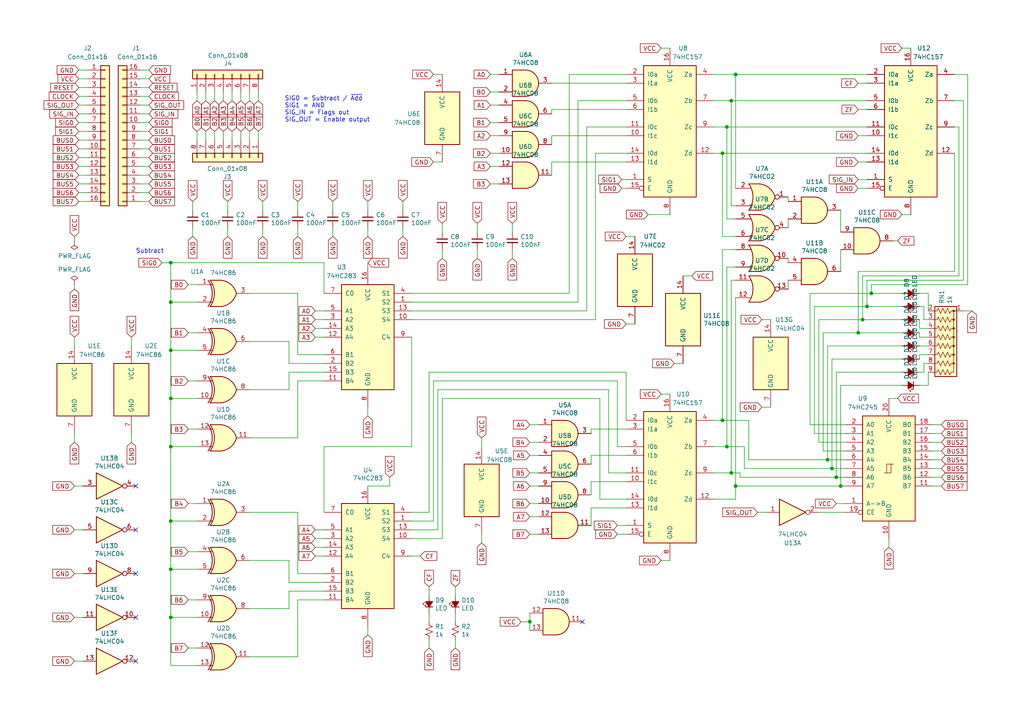
<source format=kicad_sch>
(kicad_sch (version 20230121) (generator eeschema)
  (paper "A4")
  (junction (at 251.46 88.9))
  (junction (at 243.84 140.97))
  (junction (at 209.55 121.92))
  (junction (at 153.67 180.34))
  (junction (at 49.53 101.6))
  (junction (at 213.36 140.97))
  (junction (at 210.82 129.54))
  (junction (at 213.36 21.59))
  (junction (at 49.53 179.07))
  (junction (at 212.09 137.16))
  (junction (at 49.53 115.57))
  (junction (at 242.57 138.43))
  (junction (at 209.55 44.45))
  (junction (at 252.73 85.09))
  (junction (at 248.92 96.52))
  (junction (at 49.53 87.63))
  (junction (at 250.19 92.71))
  (junction (at 49.53 151.13))
  (junction (at 49.53 165.1))
  (junction (at 240.03 133.35))
  (junction (at 210.82 36.83))
  (junction (at 241.3 135.89))
  (junction (at 49.53 76.2))
  (junction (at 49.53 129.54))
  (junction (at 212.09 29.21))
  (no_connect (at 39.37 179.07))
  (no_connect (at 39.37 166.37))
  (no_connect (at 168.91 180.34))
  (no_connect (at 39.37 153.67))
  (no_connect (at 39.37 191.77))
  (no_connect (at 39.37 140.97))
  (wire (pts (xy 241.3 104.14) (xy 241.3 135.89)))
  (wire (pts (xy 86.36 173.99) (xy 93.98 173.99)))
  (wire (pts (xy 72.39 127) (xy 86.36 127)))
  (wire (pts (xy 138.43 74.93) (xy 138.43 72.39)))
  (wire (pts (xy 245.11 140.97) (xy 243.84 140.97)))
  (wire (pts (xy 22.86 20.32) (xy 25.4 20.32)))
  (wire (pts (xy 240.03 100.33) (xy 240.03 133.35)))
  (wire (pts (xy 54.61 173.99) (xy 57.15 173.99)))
  (wire (pts (xy 248.92 78.74) (xy 276.86 78.74)))
  (wire (pts (xy 213.36 54.61) (xy 213.36 21.59)))
  (wire (pts (xy 139.7 127) (xy 139.7 129.54)))
  (wire (pts (xy 93.98 95.25) (xy 91.44 95.25)))
  (wire (pts (xy 213.36 86.36) (xy 213.36 140.97)))
  (wire (pts (xy 72.39 85.09) (xy 86.36 85.09)))
  (wire (pts (xy 128.27 115.57) (xy 128.27 156.21)))
  (wire (pts (xy 106.68 68.58) (xy 106.68 66.04)))
  (wire (pts (xy 266.7 97.79) (xy 266.7 96.52)))
  (wire (pts (xy 213.36 72.39) (xy 209.55 72.39)))
  (wire (pts (xy 248.92 46.99) (xy 251.46 46.99)))
  (wire (pts (xy 49.53 179.07) (xy 57.15 179.07)))
  (wire (pts (xy 43.18 22.86) (xy 40.64 22.86)))
  (wire (pts (xy 43.18 38.1) (xy 40.64 38.1)))
  (wire (pts (xy 248.92 52.07) (xy 251.46 52.07)))
  (wire (pts (xy 54.61 110.49) (xy 57.15 110.49)))
  (wire (pts (xy 267.97 88.9) (xy 267.97 92.71)))
  (wire (pts (xy 236.22 88.9) (xy 236.22 125.73)))
  (wire (pts (xy 54.61 96.52) (xy 57.15 96.52)))
  (wire (pts (xy 153.67 149.86) (xy 156.21 149.86)))
  (wire (pts (xy 43.18 25.4) (xy 40.64 25.4)))
  (wire (pts (xy 21.59 125.73) (xy 21.59 128.27)))
  (wire (pts (xy 119.38 148.59) (xy 124.46 148.59)))
  (wire (pts (xy 220.98 118.11) (xy 223.52 118.11)))
  (wire (pts (xy 167.64 29.21) (xy 167.64 87.63)))
  (wire (pts (xy 215.9 135.89) (xy 215.9 129.54)))
  (wire (pts (xy 171.45 152.4) (xy 171.45 147.32)))
  (wire (pts (xy 245.11 133.35) (xy 240.03 133.35)))
  (wire (pts (xy 260.35 115.57) (xy 257.81 115.57)))
  (wire (pts (xy 22.86 50.8) (xy 25.4 50.8)))
  (wire (pts (xy 57.15 87.63) (xy 49.53 87.63)))
  (wire (pts (xy 119.38 129.54) (xy 93.98 129.54)))
  (wire (pts (xy 234.95 123.19) (xy 245.11 123.19)))
  (wire (pts (xy 67.31 29.21) (xy 67.31 26.67)))
  (wire (pts (xy 267.97 107.95) (xy 266.7 107.95)))
  (wire (pts (xy 228.6 83.82) (xy 228.6 81.28)))
  (wire (pts (xy 148.59 64.77) (xy 148.59 67.31)))
  (wire (pts (xy 207.01 121.92) (xy 209.55 121.92)))
  (wire (pts (xy 43.18 50.8) (xy 40.64 50.8)))
  (wire (pts (xy 153.67 132.08) (xy 156.21 132.08)))
  (wire (pts (xy 142.24 35.56) (xy 144.78 35.56)))
  (wire (pts (xy 250.19 92.71) (xy 261.62 92.71)))
  (wire (pts (xy 248.92 24.13) (xy 251.46 24.13)))
  (wire (pts (xy 172.72 92.71) (xy 119.38 92.71)))
  (wire (pts (xy 213.36 21.59) (xy 251.46 21.59)))
  (wire (pts (xy 22.86 38.1) (xy 25.4 38.1)))
  (wire (pts (xy 209.55 121.92) (xy 209.55 72.39)))
  (wire (pts (xy 106.68 184.15) (xy 106.68 181.61)))
  (wire (pts (xy 153.67 123.19) (xy 156.21 123.19)))
  (wire (pts (xy 43.18 53.34) (xy 40.64 53.34)))
  (wire (pts (xy 242.57 146.05) (xy 245.11 146.05)))
  (wire (pts (xy 22.86 33.02) (xy 25.4 33.02)))
  (wire (pts (xy 273.05 123.19) (xy 270.51 123.19)))
  (wire (pts (xy 125.73 110.49) (xy 179.07 110.49)))
  (wire (pts (xy 210.82 77.47) (xy 210.82 129.54)))
  (wire (pts (xy 64.77 40.64) (xy 64.77 38.1)))
  (wire (pts (xy 49.53 76.2) (xy 49.53 87.63)))
  (wire (pts (xy 74.93 29.21) (xy 74.93 26.67)))
  (wire (pts (xy 237.49 128.27) (xy 245.11 128.27)))
  (wire (pts (xy 242.57 107.95) (xy 242.57 138.43)))
  (wire (pts (xy 49.53 87.63) (xy 49.53 101.6)))
  (wire (pts (xy 64.77 29.21) (xy 64.77 26.67)))
  (wire (pts (xy 212.09 137.16) (xy 207.01 137.16)))
  (wire (pts (xy 276.86 78.74) (xy 276.86 44.45)))
  (wire (pts (xy 267.97 107.95) (xy 267.97 105.41)))
  (wire (pts (xy 119.38 153.67) (xy 127 153.67)))
  (wire (pts (xy 245.11 138.43) (xy 242.57 138.43)))
  (wire (pts (xy 119.38 90.17) (xy 170.18 90.17)))
  (wire (pts (xy 83.82 105.41) (xy 93.98 105.41)))
  (wire (pts (xy 238.76 130.81) (xy 245.11 130.81)))
  (wire (pts (xy 43.18 58.42) (xy 40.64 58.42)))
  (wire (pts (xy 43.18 35.56) (xy 40.64 35.56)))
  (wire (pts (xy 124.46 170.18) (xy 124.46 172.72)))
  (wire (pts (xy 55.88 68.58) (xy 55.88 66.04)))
  (wire (pts (xy 76.2 68.58) (xy 76.2 66.04)))
  (wire (pts (xy 209.55 44.45) (xy 207.01 44.45)))
  (wire (pts (xy 22.86 53.34) (xy 25.4 53.34)))
  (wire (pts (xy 86.36 110.49) (xy 93.98 110.49)))
  (wire (pts (xy 260.35 69.85) (xy 259.08 69.85)))
  (wire (pts (xy 153.67 177.8) (xy 153.67 180.34)))
  (wire (pts (xy 49.53 179.07) (xy 49.53 193.04)))
  (wire (pts (xy 228.6 66.04) (xy 228.6 63.5)))
  (wire (pts (xy 213.36 68.58) (xy 209.55 68.58)))
  (wire (pts (xy 106.68 140.97) (xy 113.03 140.97)))
  (wire (pts (xy 213.36 21.59) (xy 207.01 21.59)))
  (wire (pts (xy 93.98 92.71) (xy 91.44 92.71)))
  (wire (pts (xy 153.67 137.16) (xy 156.21 137.16)))
  (wire (pts (xy 248.92 39.37) (xy 251.46 39.37)))
  (wire (pts (xy 191.77 114.3) (xy 194.31 114.3)))
  (wire (pts (xy 125.73 110.49) (xy 125.73 151.13)))
  (wire (pts (xy 83.82 113.03) (xy 83.82 107.95)))
  (wire (pts (xy 214.63 137.16) (xy 212.09 137.16)))
  (wire (pts (xy 171.45 134.62) (xy 171.45 132.08)))
  (wire (pts (xy 269.24 85.09) (xy 269.24 90.17)))
  (wire (pts (xy 43.18 43.18) (xy 40.64 43.18)))
  (wire (pts (xy 83.82 162.56) (xy 83.82 168.91)))
  (wire (pts (xy 191.77 162.56) (xy 194.31 162.56)))
  (wire (pts (xy 22.86 58.42) (xy 25.4 58.42)))
  (wire (pts (xy 212.09 29.21) (xy 212.09 59.69)))
  (wire (pts (xy 248.92 96.52) (xy 261.62 96.52)))
  (wire (pts (xy 54.61 82.55) (xy 57.15 82.55)))
  (wire (pts (xy 124.46 180.34) (xy 124.46 177.8)))
  (wire (pts (xy 49.53 193.04) (xy 57.15 193.04)))
  (wire (pts (xy 59.69 40.64) (xy 59.69 38.1)))
  (wire (pts (xy 212.09 59.69) (xy 213.36 59.69)))
  (wire (pts (xy 49.53 101.6) (xy 57.15 101.6)))
  (wire (pts (xy 59.69 29.21) (xy 59.69 26.67)))
  (wire (pts (xy 241.3 104.14) (xy 261.62 104.14)))
  (wire (pts (xy 160.02 46.99) (xy 160.02 50.8)))
  (wire (pts (xy 251.46 81.28) (xy 251.46 88.9)))
  (wire (pts (xy 21.59 153.67) (xy 24.13 153.67)))
  (wire (pts (xy 278.13 80.01) (xy 278.13 36.83)))
  (wire (pts (xy 128.27 64.77) (xy 128.27 67.31)))
  (wire (pts (xy 106.68 58.42) (xy 106.68 60.96)))
  (wire (pts (xy 165.1 21.59) (xy 181.61 21.59)))
  (wire (pts (xy 215.9 129.54) (xy 210.82 129.54)))
  (wire (pts (xy 49.53 151.13) (xy 49.53 165.1)))
  (wire (pts (xy 171.45 132.08) (xy 181.61 132.08)))
  (wire (pts (xy 93.98 153.67) (xy 91.44 153.67)))
  (wire (pts (xy 72.39 176.53) (xy 83.82 176.53)))
  (wire (pts (xy 160.02 31.75) (xy 160.02 33.02)))
  (wire (pts (xy 180.34 54.61) (xy 181.61 54.61)))
  (wire (pts (xy 153.67 154.94) (xy 156.21 154.94)))
  (wire (pts (xy 269.24 111.76) (xy 266.7 111.76)))
  (wire (pts (xy 181.61 93.98) (xy 184.15 93.98)))
  (wire (pts (xy 54.61 160.02) (xy 57.15 160.02)))
  (wire (pts (xy 273.05 135.89) (xy 270.51 135.89)))
  (wire (pts (xy 21.59 191.77) (xy 24.13 191.77)))
  (wire (pts (xy 67.31 40.64) (xy 67.31 38.1)))
  (wire (pts (xy 66.04 58.42) (xy 66.04 60.96)))
  (wire (pts (xy 280.67 21.59) (xy 276.86 21.59)))
  (wire (pts (xy 86.36 85.09) (xy 86.36 102.87)))
  (wire (pts (xy 54.61 187.96) (xy 57.15 187.96)))
  (wire (pts (xy 237.49 148.59) (xy 245.11 148.59)))
  (wire (pts (xy 243.84 111.76) (xy 243.84 140.97)))
  (wire (pts (xy 160.02 24.13) (xy 181.61 24.13)))
  (wire (pts (xy 69.85 29.21) (xy 69.85 26.67)))
  (wire (pts (xy 273.05 140.97) (xy 270.51 140.97)))
  (wire (pts (xy 269.24 111.76) (xy 269.24 107.95)))
  (wire (pts (xy 127 113.03) (xy 127 153.67)))
  (wire (pts (xy 72.39 148.59) (xy 86.36 148.59)))
  (wire (pts (xy 74.93 40.64) (xy 74.93 38.1)))
  (wire (pts (xy 172.72 44.45) (xy 172.72 92.71)))
  (wire (pts (xy 261.62 62.23) (xy 264.16 62.23)))
  (wire (pts (xy 165.1 85.09) (xy 165.1 21.59)))
  (wire (pts (xy 132.08 185.42) (xy 132.08 187.96)))
  (wire (pts (xy 57.15 40.64) (xy 57.15 38.1)))
  (wire (pts (xy 43.18 40.64) (xy 40.64 40.64)))
  (wire (pts (xy 86.36 58.42) (xy 86.36 60.96)))
  (wire (pts (xy 212.09 81.28) (xy 212.09 137.16)))
  (wire (pts (xy 179.07 129.54) (xy 181.61 129.54)))
  (wire (pts (xy 251.46 88.9) (xy 261.62 88.9)))
  (wire (pts (xy 21.59 179.07) (xy 24.13 179.07)))
  (wire (pts (xy 22.86 30.48) (xy 25.4 30.48)))
  (wire (pts (xy 83.82 107.95) (xy 93.98 107.95)))
  (wire (pts (xy 278.13 36.83) (xy 276.86 36.83)))
  (wire (pts (xy 252.73 82.55) (xy 280.67 82.55)))
  (wire (pts (xy 21.59 69.85) (xy 21.59 68.58)))
  (wire (pts (xy 220.98 92.71) (xy 223.52 92.71)))
  (wire (pts (xy 267.97 92.71) (xy 269.24 92.71)))
  (wire (pts (xy 69.85 40.64) (xy 69.85 38.1)))
  (wire (pts (xy 210.82 36.83) (xy 251.46 36.83)))
  (wire (pts (xy 46.99 76.2) (xy 49.53 76.2)))
  (wire (pts (xy 234.95 85.09) (xy 252.73 85.09)))
  (wire (pts (xy 142.24 30.48) (xy 144.78 30.48)))
  (wire (pts (xy 142.24 21.59) (xy 144.78 21.59)))
  (wire (pts (xy 171.45 143.51) (xy 171.45 139.7)))
  (wire (pts (xy 280.67 82.55) (xy 280.67 21.59)))
  (wire (pts (xy 228.6 74.93) (xy 228.6 76.2)))
  (wire (pts (xy 213.36 140.97) (xy 213.36 144.78)))
  (wire (pts (xy 261.62 111.76) (xy 243.84 111.76)))
  (wire (pts (xy 266.7 104.14) (xy 266.7 102.87)))
  (wire (pts (xy 266.7 88.9) (xy 267.97 88.9)))
  (wire (pts (xy 251.46 81.28) (xy 279.4 81.28)))
  (wire (pts (xy 213.36 144.78) (xy 207.01 144.78)))
  (wire (pts (xy 96.52 68.58) (xy 96.52 66.04)))
  (wire (pts (xy 49.53 129.54) (xy 49.53 151.13)))
  (wire (pts (xy 66.04 68.58) (xy 66.04 66.04)))
  (wire (pts (xy 57.15 29.21) (xy 57.15 26.67)))
  (wire (pts (xy 250.19 80.01) (xy 250.19 92.71)))
  (wire (pts (xy 22.86 43.18) (xy 25.4 43.18)))
  (wire (pts (xy 207.01 36.83) (xy 210.82 36.83)))
  (wire (pts (xy 148.59 74.93) (xy 148.59 72.39)))
  (wire (pts (xy 43.18 33.02) (xy 40.64 33.02)))
  (wire (pts (xy 21.59 140.97) (xy 24.13 140.97)))
  (wire (pts (xy 279.4 29.21) (xy 276.86 29.21)))
  (wire (pts (xy 43.18 30.48) (xy 40.64 30.48)))
  (wire (pts (xy 22.86 48.26) (xy 25.4 48.26)))
  (wire (pts (xy 49.53 129.54) (xy 57.15 129.54)))
  (wire (pts (xy 93.98 161.29) (xy 91.44 161.29)))
  (wire (pts (xy 93.98 129.54) (xy 93.98 148.59)))
  (wire (pts (xy 181.61 29.21) (xy 167.64 29.21)))
  (wire (pts (xy 261.62 13.97) (xy 264.16 13.97)))
  (wire (pts (xy 243.84 67.31) (xy 243.84 60.96)))
  (wire (pts (xy 38.1 97.79) (xy 38.1 100.33)))
  (wire (pts (xy 210.82 36.83) (xy 210.82 63.5)))
  (wire (pts (xy 213.36 81.28) (xy 212.09 81.28)))
  (wire (pts (xy 212.09 29.21) (xy 251.46 29.21)))
  (wire (pts (xy 267.97 105.41) (xy 269.24 105.41)))
  (wire (pts (xy 171.45 139.7) (xy 181.61 139.7)))
  (wire (pts (xy 252.73 85.09) (xy 261.62 85.09)))
  (wire (pts (xy 49.53 165.1) (xy 49.53 179.07)))
  (wire (pts (xy 113.03 140.97) (xy 113.03 138.43)))
  (wire (pts (xy 72.39 40.64) (xy 72.39 38.1)))
  (wire (pts (xy 138.43 64.77) (xy 138.43 67.31)))
  (wire (pts (xy 250.19 80.01) (xy 278.13 80.01)))
  (wire (pts (xy 116.84 68.58) (xy 116.84 66.04)))
  (wire (pts (xy 86.36 127) (xy 86.36 110.49)))
  (wire (pts (xy 180.34 52.07) (xy 181.61 52.07)))
  (wire (pts (xy 49.53 115.57) (xy 49.53 129.54)))
  (wire (pts (xy 217.17 121.92) (xy 209.55 121.92)))
  (wire (pts (xy 248.92 96.52) (xy 248.92 78.74)))
  (wire (pts (xy 93.98 158.75) (xy 91.44 158.75)))
  (wire (pts (xy 228.6 58.42) (xy 228.6 57.15)))
  (wire (pts (xy 22.86 40.64) (xy 25.4 40.64)))
  (wire (pts (xy 173.99 144.78) (xy 173.99 115.57)))
  (wire (pts (xy 236.22 88.9) (xy 251.46 88.9)))
  (wire (pts (xy 281.94 90.17) (xy 279.4 90.17)))
  (wire (pts (xy 181.61 36.83) (xy 170.18 36.83)))
  (wire (pts (xy 72.39 29.21) (xy 72.39 26.67)))
  (wire (pts (xy 176.53 113.03) (xy 176.53 137.16)))
  (wire (pts (xy 93.98 76.2) (xy 93.98 85.09)))
  (wire (pts (xy 86.36 68.58) (xy 86.36 66.04)))
  (wire (pts (xy 142.24 44.45) (xy 144.78 44.45)))
  (wire (pts (xy 139.7 157.48) (xy 139.7 154.94)))
  (wire (pts (xy 22.86 27.94) (xy 25.4 27.94)))
  (wire (pts (xy 106.68 120.65) (xy 106.68 118.11)))
  (wire (pts (xy 179.07 152.4) (xy 181.61 152.4)))
  (wire (pts (xy 125.73 46.99) (xy 128.27 46.99)))
  (wire (pts (xy 43.18 20.32) (xy 40.64 20.32)))
  (wire (pts (xy 49.53 115.57) (xy 57.15 115.57)))
  (wire (pts (xy 83.82 168.91) (xy 93.98 168.91)))
  (wire (pts (xy 207.01 29.21) (xy 212.09 29.21)))
  (wire (pts (xy 132.08 177.8) (xy 132.08 180.34)))
  (wire (pts (xy 49.53 101.6) (xy 49.53 115.57)))
  (wire (pts (xy 171.45 124.46) (xy 181.61 124.46)))
  (wire (pts (xy 273.05 138.43) (xy 270.51 138.43)))
  (wire (pts (xy 72.39 113.03) (xy 83.82 113.03)))
  (wire (pts (xy 142.24 39.37) (xy 144.78 39.37)))
  (wire (pts (xy 93.98 156.21) (xy 91.44 156.21)))
  (wire (pts (xy 93.98 90.17) (xy 91.44 90.17)))
  (wire (pts (xy 266.7 102.87) (xy 269.24 102.87)))
  (wire (pts (xy 21.59 97.79) (xy 21.59 100.33)))
  (wire (pts (xy 72.39 162.56) (xy 83.82 162.56)))
  (wire (pts (xy 153.67 128.27) (xy 156.21 128.27)))
  (wire (pts (xy 248.92 31.75) (xy 251.46 31.75)))
  (wire (pts (xy 171.45 147.32) (xy 181.61 147.32)))
  (wire (pts (xy 124.46 107.95) (xy 124.46 148.59)))
  (wire (pts (xy 200.66 80.01) (xy 198.12 80.01)))
  (wire (pts (xy 181.61 68.58) (xy 184.15 68.58)))
  (wire (pts (xy 217.17 133.35) (xy 217.17 121.92)))
  (wire (pts (xy 238.76 96.52) (xy 248.92 96.52)))
  (wire (pts (xy 273.05 125.73) (xy 270.51 125.73)))
  (wire (pts (xy 83.82 99.06) (xy 83.82 105.41)))
  (wire (pts (xy 252.73 82.55) (xy 252.73 85.09)))
  (wire (pts (xy 181.61 46.99) (xy 160.02 46.99)))
  (wire (pts (xy 181.61 107.95) (xy 124.46 107.95)))
  (wire (pts (xy 132.08 170.18) (xy 132.08 172.72)))
  (wire (pts (xy 160.02 39.37) (xy 160.02 41.91)))
  (wire (pts (xy 213.36 63.5) (xy 210.82 63.5)))
  (wire (pts (xy 21.59 82.55) (xy 21.59 83.82)))
  (wire (pts (xy 116.84 58.42) (xy 116.84 60.96)))
  (wire (pts (xy 55.88 58.42) (xy 55.88 60.96)))
  (wire (pts (xy 62.23 40.64) (xy 62.23 38.1)))
  (wire (pts (xy 121.92 161.29) (xy 119.38 161.29)))
  (wire (pts (xy 240.03 100.33) (xy 261.62 100.33)))
  (wire (pts (xy 187.96 62.23) (xy 194.31 62.23)))
  (wire (pts (xy 22.86 55.88) (xy 25.4 55.88)))
  (wire (pts (xy 214.63 138.43) (xy 214.63 137.16)))
  (wire (pts (xy 54.61 124.46) (xy 57.15 124.46)))
  (wire (pts (xy 191.77 13.97) (xy 194.31 13.97)))
  (wire (pts (xy 266.7 95.25) (xy 269.24 95.25)))
  (wire (pts (xy 86.36 166.37) (xy 93.98 166.37)))
  (wire (pts (xy 86.36 173.99) (xy 86.36 190.5)))
  (wire (pts (xy 21.59 166.37) (xy 24.13 166.37)))
  (wire (pts (xy 128.27 74.93) (xy 128.27 72.39)))
  (wire (pts (xy 142.24 53.34) (xy 144.78 53.34)))
  (wire (pts (xy 22.86 35.56) (xy 25.4 35.56)))
  (wire (pts (xy 237.49 92.71) (xy 237.49 128.27)))
  (wire (pts (xy 209.55 44.45) (xy 251.46 44.45)))
  (wire (pts (xy 266.7 100.33) (xy 269.24 100.33)))
  (wire (pts (xy 83.82 176.53) (xy 83.82 171.45)))
  (wire (pts (xy 279.4 81.28) (xy 279.4 29.21)))
  (wire (pts (xy 179.07 110.49) (xy 179.07 129.54)))
  (wire (pts (xy 22.86 22.86) (xy 25.4 22.86)))
  (wire (pts (xy 181.61 121.92) (xy 181.61 107.95)))
  (wire (pts (xy 245.11 135.89) (xy 241.3 135.89)))
  (wire (pts (xy 237.49 92.71) (xy 250.19 92.71)))
  (wire (pts (xy 125.73 21.59) (xy 128.27 21.59)))
  (wire (pts (xy 43.18 45.72) (xy 40.64 45.72)))
  (wire (pts (xy 181.61 144.78) (xy 173.99 144.78)))
  (wire (pts (xy 160.02 31.75) (xy 181.61 31.75)))
  (wire (pts (xy 93.98 97.79) (xy 91.44 97.79)))
  (wire (pts (xy 179.07 154.94) (xy 181.61 154.94)))
  (wire (pts (xy 38.1 125.73) (xy 38.1 128.27)))
  (wire (pts (xy 273.05 128.27) (xy 270.51 128.27)))
  (wire (pts (xy 57.15 151.13) (xy 49.53 151.13)))
  (wire (pts (xy 219.71 148.59) (xy 222.25 148.59)))
  (wire (pts (xy 266.7 97.79) (xy 269.24 97.79)))
  (wire (pts (xy 86.36 190.5) (xy 72.39 190.5)))
  (wire (pts (xy 106.68 76.2) (xy 106.68 77.47)))
  (wire (pts (xy 171.45 125.73) (xy 171.45 124.46)))
  (wire (pts (xy 176.53 137.16) (xy 181.61 137.16)))
  (wire (pts (xy 173.99 115.57) (xy 128.27 115.57)))
  (wire (pts (xy 43.18 55.88) (xy 40.64 55.88)))
  (wire (pts (xy 266.7 85.09) (xy 269.24 85.09)))
  (wire (pts (xy 83.82 171.45) (xy 93.98 171.45)))
  (wire (pts (xy 119.38 97.79) (xy 119.38 129.54)))
  (wire (pts (xy 243.84 72.39) (xy 243.84 78.74)))
  (wire (pts (xy 273.05 133.35) (xy 270.51 133.35)))
  (wire (pts (xy 119.38 85.09) (xy 165.1 85.09)))
  (wire (pts (xy 170.18 36.83) (xy 170.18 90.17)))
  (wire (pts (xy 242.57 107.95) (xy 261.62 107.95)))
  (wire (pts (xy 22.86 45.72) (xy 25.4 45.72)))
  (wire (pts (xy 266.7 92.71) (xy 266.7 95.25)))
  (wire (pts (xy 195.58 105.41) (xy 198.12 105.41)))
  (wire (pts (xy 72.39 99.06) (xy 83.82 99.06)))
  (wire (pts (xy 240.03 133.35) (xy 217.17 133.35)))
  (wire (pts (xy 142.24 48.26) (xy 144.78 48.26)))
  (wire (pts (xy 257.81 158.75) (xy 257.81 156.21)))
  (wire (pts (xy 210.82 129.54) (xy 207.01 129.54)))
  (wire (pts (xy 243.84 140.97) (xy 213.36 140.97)))
  (wire (pts (xy 54.61 146.05) (xy 57.15 146.05)))
  (wire (pts (xy 153.67 146.05) (xy 156.21 146.05)))
  (wire (pts (xy 86.36 148.59) (xy 86.36 166.37)))
  (wire (pts (xy 76.2 58.42) (xy 76.2 60.96)))
  (wire (pts (xy 49.53 76.2) (xy 93.98 76.2)))
  (wire (pts (xy 215.9 135.89) (xy 241.3 135.89)))
  (wire (pts (xy 153.67 140.97) (xy 156.21 140.97)))
  (wire (pts (xy 142.24 26.67) (xy 144.78 26.67)))
  (wire (pts (xy 214.63 138.43) (xy 242.57 138.43)))
  (wire (pts (xy 119.38 87.63) (xy 167.64 87.63)))
  (wire (pts (xy 119.38 156.21) (xy 128.27 156.21)))
  (wire (pts (xy 248.92 54.61) (xy 251.46 54.61)))
  (wire (pts (xy 151.13 180.34) (xy 153.67 180.34)))
  (wire (pts (xy 22.86 25.4) (xy 25.4 25.4)))
  (wire (pts (xy 127 113.03) (xy 176.53 113.03)))
  (wire (pts (xy 62.23 29.21) (xy 62.23 26.67)))
  (wire (pts (xy 43.18 27.94) (xy 40.64 27.94)))
  (wire (pts (xy 119.38 151.13) (xy 125.73 151.13)))
  (wire (pts (xy 181.61 39.37) (xy 160.02 39.37)))
  (wire (pts (xy 209.55 68.58) (xy 209.55 44.45)))
  (wire (pts (xy 49.53 165.1) (xy 57.15 165.1)))
  (wire (pts (xy 43.18 48.26) (xy 40.64 48.26)))
  (wire (pts (xy 234.95 85.09) (xy 234.95 123.19)))
  (wire (pts (xy 86.36 102.87) (xy 93.98 102.87)))
  (wire (pts (xy 238.76 96.52) (xy 238.76 130.81)))
  (wire (pts (xy 245.11 125.73) (xy 236.22 125.73)))
  (wire (pts (xy 96.52 58.42) (xy 96.52 60.96)))
  (wire (pts (xy 210.82 77.47) (xy 213.36 77.47)))
  (wire (pts (xy 181.61 44.45) (xy 172.72 44.45)))
  (wire (pts (xy 273.05 130.81) (xy 270.51 130.81)))
  (wire (pts (xy 124.46 185.42) (xy 124.46 187.96)))
  (wire (pts (xy 153.67 180.34) (xy 153.67 182.88)))
  (text "Subtract" (at 39.37 73.66 0) (effects (font (size 1.27 1.27)) (justify left bottom)))
  (text "SIG0 = Subtract / ~{Add}\nSIG1 = AND\nSIG_IN = Flags out\nSIG_OUT = Enable output" (at 82.55 35.56 0) (effects (font (size 1.27 1.27)) (justify left bottom)))
  (global_label "VCC" (shape input) (at 139.7 127 90) (property "Intersheetrefs" "${INTERSHEET_REFS}" (effects hide)))
  (global_label "GND" (shape input) (at 179.07 154.94 180) (property "Intersheetrefs" "${INTERSHEET_REFS}" (effects hide)))
  (global_label "A0" (shape input) (at 57.15 29.21 270) (property "Intersheetrefs" "${INTERSHEET_REFS}" (effects hide)))
  (global_label "VCC" (shape input) (at 200.66 80.01 0) (property "Intersheetrefs" "${INTERSHEET_REFS}" (effects hide)))
  (global_label "BUS0" (shape input) (at 43.18 40.64 0) (property "Intersheetrefs" "${INTERSHEET_REFS}" (effects hide)))
  (global_label "BUS6" (shape input) (at 273.05 138.43 0) (property "Intersheetrefs" "${INTERSHEET_REFS}" (effects hide)))
  (global_label "SIG_IN" (shape input) (at 248.92 52.07 180) (property "Intersheetrefs" "${INTERSHEET_REFS}" (effects hide)))
  (global_label "A2" (shape input) (at 91.44 95.25 180) (property "Intersheetrefs" "${INTERSHEET_REFS}" (effects hide)))
  (global_label "BUS7" (shape input) (at 22.86 58.42 180) (property "Intersheetrefs" "${INTERSHEET_REFS}" (effects hide)))
  (global_label "GND" (shape input) (at 261.62 62.23 180) (property "Intersheetrefs" "${INTERSHEET_REFS}" (effects hide)))
  (global_label "BUS5" (shape input) (at 273.05 135.89 0) (property "Intersheetrefs" "${INTERSHEET_REFS}" (effects hide)))
  (global_label "SIG_OUT" (shape input) (at 22.86 30.48 180) (property "Intersheetrefs" "${INTERSHEET_REFS}" (effects hide)))
  (global_label "VCC" (shape input) (at 21.59 97.79 90) (property "Intersheetrefs" "${INTERSHEET_REFS}" (effects hide)))
  (global_label "B7" (shape input) (at 153.67 154.94 180) (property "Intersheetrefs" "${INTERSHEET_REFS}" (effects hide)))
  (global_label "GND" (shape input) (at 148.59 74.93 270) (property "Intersheetrefs" "${INTERSHEET_REFS}" (effects hide)))
  (global_label "A4" (shape input) (at 153.67 123.19 180) (property "Intersheetrefs" "${INTERSHEET_REFS}" (effects hide)))
  (global_label "CF" (shape input) (at 124.46 170.18 90) (property "Intersheetrefs" "${INTERSHEET_REFS}" (effects hide)))
  (global_label "GND" (shape input) (at 76.2 68.58 270) (property "Intersheetrefs" "${INTERSHEET_REFS}" (effects hide)))
  (global_label "GND" (shape input) (at 257.81 158.75 270) (property "Intersheetrefs" "${INTERSHEET_REFS}" (effects hide)))
  (global_label "B0" (shape input) (at 142.24 26.67 180) (property "Intersheetrefs" "${INTERSHEET_REFS}" (effects hide)))
  (global_label "GND" (shape input) (at 124.46 187.96 270) (property "Intersheetrefs" "${INTERSHEET_REFS}" (effects hide)))
  (global_label "GND" (shape input) (at 55.88 68.58 270) (property "Intersheetrefs" "${INTERSHEET_REFS}" (effects hide)))
  (global_label "VCC" (shape input) (at 261.62 13.97 180) (property "Intersheetrefs" "${INTERSHEET_REFS}" (effects hide)))
  (global_label "GND" (shape input) (at 191.77 162.56 180) (property "Intersheetrefs" "${INTERSHEET_REFS}" (effects hide)))
  (global_label "B5" (shape input) (at 153.67 137.16 180) (property "Intersheetrefs" "${INTERSHEET_REFS}" (effects hide)))
  (global_label "CLOCK" (shape input) (at 22.86 27.94 180) (property "Intersheetrefs" "${INTERSHEET_REFS}" (effects hide)))
  (global_label "A6" (shape input) (at 72.39 29.21 270) (property "Intersheetrefs" "${INTERSHEET_REFS}" (effects hide)))
  (global_label "B6" (shape input) (at 153.67 146.05 180) (property "Intersheetrefs" "${INTERSHEET_REFS}" (effects hide)))
  (global_label "RESET" (shape input) (at 43.18 25.4 0) (property "Intersheetrefs" "${INTERSHEET_REFS}" (effects hide)))
  (global_label "A2" (shape input) (at 62.23 29.21 270) (property "Intersheetrefs" "${INTERSHEET_REFS}" (effects hide)))
  (global_label "B2" (shape input) (at 142.24 44.45 180) (property "Intersheetrefs" "${INTERSHEET_REFS}" (effects hide)))
  (global_label "GND" (shape input) (at 43.18 20.32 0) (property "Intersheetrefs" "${INTERSHEET_REFS}" (effects hide)))
  (global_label "GND" (shape input) (at 38.1 128.27 270) (property "Intersheetrefs" "${INTERSHEET_REFS}" (effects hide)))
  (global_label "CF" (shape input) (at 248.92 24.13 180) (property "Intersheetrefs" "${INTERSHEET_REFS}" (effects hide)))
  (global_label "A1" (shape input) (at 91.44 92.71 180) (property "Intersheetrefs" "${INTERSHEET_REFS}" (effects hide)))
  (global_label "GND" (shape input) (at 22.86 20.32 180) (property "Intersheetrefs" "${INTERSHEET_REFS}" (effects hide)))
  (global_label "VCC" (shape input) (at 191.77 13.97 180) (property "Intersheetrefs" "${INTERSHEET_REFS}" (effects hide)))
  (global_label "GND" (shape input) (at 21.59 179.07 180) (property "Intersheetrefs" "${INTERSHEET_REFS}" (effects hide)))
  (global_label "GND" (shape input) (at 138.43 74.93 270) (property "Intersheetrefs" "${INTERSHEET_REFS}" (effects hide)))
  (global_label "A5" (shape input) (at 153.67 132.08 180) (property "Intersheetrefs" "${INTERSHEET_REFS}" (effects hide)))
  (global_label "A1" (shape input) (at 59.69 29.21 270) (property "Intersheetrefs" "${INTERSHEET_REFS}" (effects hide)))
  (global_label "RESET" (shape input) (at 22.86 25.4 180) (property "Intersheetrefs" "${INTERSHEET_REFS}" (effects hide)))
  (global_label "GND" (shape input) (at 21.59 166.37 180) (property "Intersheetrefs" "${INTERSHEET_REFS}" (effects hide)))
  (global_label "GND" (shape input) (at 21.59 83.82 270) (property "Intersheetrefs" "${INTERSHEET_REFS}" (effects hide)))
  (global_label "VCC" (shape input) (at 38.1 97.79 90) (property "Intersheetrefs" "${INTERSHEET_REFS}" (effects hide)))
  (global_label "GND" (shape input) (at 106.68 68.58 270) (property "Intersheetrefs" "${INTERSHEET_REFS}" (effects hide)))
  (global_label "BUS2" (shape input) (at 273.05 128.27 0) (property "Intersheetrefs" "${INTERSHEET_REFS}" (effects hide)))
  (global_label "A6" (shape input) (at 153.67 140.97 180) (property "Intersheetrefs" "${INTERSHEET_REFS}" (effects hide)))
  (global_label "CLOCK" (shape input) (at 43.18 27.94 0) (property "Intersheetrefs" "${INTERSHEET_REFS}" (effects hide)))
  (global_label "B1" (shape input) (at 142.24 35.56 180) (property "Intersheetrefs" "${INTERSHEET_REFS}" (effects hide)))
  (global_label "GND" (shape input) (at 21.59 128.27 270) (property "Intersheetrefs" "${INTERSHEET_REFS}" (effects hide)))
  (global_label "ZF" (shape input) (at 248.92 31.75 180) (property "Intersheetrefs" "${INTERSHEET_REFS}" (effects hide)))
  (global_label "VCC" (shape input) (at 191.77 114.3 180) (property "Intersheetrefs" "${INTERSHEET_REFS}" (effects hide)))
  (global_label "A6" (shape input) (at 91.44 158.75 180) (property "Intersheetrefs" "${INTERSHEET_REFS}" (effects hide)))
  (global_label "BUS3" (shape input) (at 22.86 48.26 180) (property "Intersheetrefs" "${INTERSHEET_REFS}" (effects hide)))
  (global_label "GND" (shape input) (at 66.04 68.58 270) (property "Intersheetrefs" "${INTERSHEET_REFS}" (effects hide)))
  (global_label "SIG1" (shape input) (at 22.86 38.1 180) (property "Intersheetrefs" "${INTERSHEET_REFS}" (effects hide)))
  (global_label "ZF" (shape input) (at 132.08 170.18 90) (property "Intersheetrefs" "${INTERSHEET_REFS}" (effects hide)))
  (global_label "B3" (shape input) (at 142.24 53.34 180) (property "Intersheetrefs" "${INTERSHEET_REFS}" (effects hide)))
  (global_label "BUS3" (shape input) (at 43.18 48.26 0) (property "Intersheetrefs" "${INTERSHEET_REFS}" (effects hide)))
  (global_label "B4" (shape input) (at 67.31 38.1 90) (property "Intersheetrefs" "${INTERSHEET_REFS}" (effects hide)))
  (global_label "GND" (shape input) (at 21.59 140.97 180) (property "Intersheetrefs" "${INTERSHEET_REFS}" (effects hide)))
  (global_label "B0" (shape input) (at 57.15 38.1 90) (property "Intersheetrefs" "${INTERSHEET_REFS}" (effects hide)))
  (global_label "A3" (shape input) (at 64.77 29.21 270) (property "Intersheetrefs" "${INTERSHEET_REFS}" (effects hide)))
  (global_label "B3" (shape input) (at 54.61 124.46 180) (property "Intersheetrefs" "${INTERSHEET_REFS}" (effects hide)))
  (global_label "GND" (shape input) (at 281.94 90.17 270) (property "Intersheetrefs" "${INTERSHEET_REFS}" (effects hide)))
  (global_label "GND" (shape input) (at 125.73 46.99 180) (property "Intersheetrefs" "${INTERSHEET_REFS}" (effects hide)))
  (global_label "VCC" (shape input) (at 86.36 58.42 90) (property "Intersheetrefs" "${INTERSHEET_REFS}" (effects hide)))
  (global_label "SIG_OUT" (shape input) (at 219.71 148.59 180) (property "Intersheetrefs" "${INTERSHEET_REFS}" (effects hide)))
  (global_label "VCC" (shape input) (at 260.35 115.57 0) (property "Intersheetrefs" "${INTERSHEET_REFS}" (effects hide)))
  (global_label "GND" (shape input) (at 139.7 157.48 270) (property "Intersheetrefs" "${INTERSHEET_REFS}" (effects hide)))
  (global_label "BUS2" (shape input) (at 22.86 45.72 180) (property "Intersheetrefs" "${INTERSHEET_REFS}" (effects hide)))
  (global_label "B4" (shape input) (at 153.67 128.27 180) (property "Intersheetrefs" "${INTERSHEET_REFS}" (effects hide)))
  (global_label "SIG_IN" (shape input) (at 43.18 33.02 0) (property "Intersheetrefs" "${INTERSHEET_REFS}" (effects hide)))
  (global_label "BUS0" (shape input) (at 273.05 123.19 0) (property "Intersheetrefs" "${INTERSHEET_REFS}" (effects hide)))
  (global_label "SIG_IN" (shape input) (at 22.86 33.02 180) (property "Intersheetrefs" "${INTERSHEET_REFS}" (effects hide)))
  (global_label "VCC" (shape input) (at 138.43 64.77 90) (property "Intersheetrefs" "${INTERSHEET_REFS}" (effects hide)))
  (global_label "A0" (shape input) (at 142.24 21.59 180) (property "Intersheetrefs" "${INTERSHEET_REFS}" (effects hide)))
  (global_label "GND" (shape input) (at 248.92 54.61 180) (property "Intersheetrefs" "${INTERSHEET_REFS}" (effects hide)))
  (global_label "GND" (shape input) (at 187.96 62.23 180) (property "Intersheetrefs" "${INTERSHEET_REFS}" (effects hide)))
  (global_label "GND" (shape input) (at 86.36 68.58 270) (property "Intersheetrefs" "${INTERSHEET_REFS}" (effects hide)))
  (global_label "GND" (shape input) (at 21.59 153.67 180) (property "Intersheetrefs" "${INTERSHEET_REFS}" (effects hide)))
  (global_label "A7" (shape input) (at 74.93 29.21 270) (property "Intersheetrefs" "${INTERSHEET_REFS}" (effects hide)))
  (global_label "B0" (shape input) (at 54.61 82.55 180) (property "Intersheetrefs" "${INTERSHEET_REFS}" (effects hide)))
  (global_label "VCC" (shape input) (at 106.68 76.2 0) (property "Intersheetrefs" "${INTERSHEET_REFS}" (effects hide)))
  (global_label "SIG0" (shape input) (at 22.86 35.56 180) (property "Intersheetrefs" "${INTERSHEET_REFS}" (effects hide)))
  (global_label "A3" (shape input) (at 142.24 48.26 180) (property "Intersheetrefs" "${INTERSHEET_REFS}" (effects hide)))
  (global_label "VCC" (shape input) (at 106.68 58.42 90) (property "Intersheetrefs" "${INTERSHEET_REFS}" (effects hide)))
  (global_label "B6" (shape input) (at 72.39 38.1 90) (property "Intersheetrefs" "${INTERSHEET_REFS}" (effects hide)))
  (global_label "VCC" (shape input) (at 125.73 21.59 180) (property "Intersheetrefs" "${INTERSHEET_REFS}" (effects hide)))
  (global_label "B4" (shape input) (at 54.61 146.05 180) (property "Intersheetrefs" "${INTERSHEET_REFS}" (effects hide)))
  (global_label "BUS5" (shape input) (at 43.18 53.34 0) (property "Intersheetrefs" "${INTERSHEET_REFS}" (effects hide)))
  (global_label "B5" (shape input) (at 69.85 38.1 90) (property "Intersheetrefs" "${INTERSHEET_REFS}" (effects hide)))
  (global_label "VCC" (shape input) (at 151.13 180.34 180) (property "Intersheetrefs" "${INTERSHEET_REFS}" (effects hide)))
  (global_label "GND" (shape input) (at 248.92 39.37 180) (property "Intersheetrefs" "${INTERSHEET_REFS}" (effects hide)))
  (global_label "ZF" (shape input) (at 260.35 69.85 0) (property "Intersheetrefs" "${INTERSHEET_REFS}" (effects hide)))
  (global_label "GND" (shape input) (at 195.58 105.41 180) (property "Intersheetrefs" "${INTERSHEET_REFS}" (effects hide)))
  (global_label "SIG0" (shape input) (at 46.99 76.2 180) (property "Intersheetrefs" "${INTERSHEET_REFS}" (effects hide)))
  (global_label "VCC" (shape input) (at 21.59 68.58 90) (property "Intersheetrefs" "${INTERSHEET_REFS}" (effects hide)))
  (global_label "CF" (shape input) (at 121.92 161.29 0) (property "Intersheetrefs" "${INTERSHEET_REFS}" (effects hide)))
  (global_label "A5" (shape input) (at 91.44 156.21 180) (property "Intersheetrefs" "${INTERSHEET_REFS}" (effects hide)))
  (global_label "A4" (shape input) (at 67.31 29.21 270) (property "Intersheetrefs" "${INTERSHEET_REFS}" (effects hide)))
  (global_label "GND" (shape input) (at 106.68 120.65 270) (property "Intersheetrefs" "${INTERSHEET_REFS}" (effects hide)))
  (global_label "BUS7" (shape input) (at 273.05 140.97 0) (property "Intersheetrefs" "${INTERSHEET_REFS}" (effects hide)))
  (global_label "VCC" (shape input) (at 96.52 58.42 90) (property "Intersheetrefs" "${INTERSHEET_REFS}" (effects hide)))
  (global_label "A4" (shape input) (at 91.44 153.67 180) (property "Intersheetrefs" "${INTERSHEET_REFS}" (effects hide)))
  (global_label "VCC" (shape input) (at 181.61 68.58 180) (property "Intersheetrefs" "${INTERSHEET_REFS}" (effects hide)))
  (global_label "B7" (shape input) (at 74.93 38.1 90) (property "Intersheetrefs" "${INTERSHEET_REFS}" (effects hide)))
  (global_label "VCC" (shape input) (at 22.86 22.86 180) (property "Intersheetrefs" "${INTERSHEET_REFS}" (effects hide)))
  (global_label "A0" (shape input) (at 91.44 90.17 180) (property "Intersheetrefs" "${INTERSHEET_REFS}" (effects hide)))
  (global_label "VCC" (shape input) (at 116.84 58.42 90) (property "Intersheetrefs" "${INTERSHEET_REFS}" (effects hide)))
  (global_label "GND" (shape input) (at 248.92 46.99 180) (property "Intersheetrefs" "${INTERSHEET_REFS}" (effects hide)))
  (global_label "GND" (shape input) (at 96.52 68.58 270) (property "Intersheetrefs" "${INTERSHEET_REFS}" (effects hide)))
  (global_label "GND" (shape input) (at 180.34 54.61 180) (property "Intersheetrefs" "${INTERSHEET_REFS}" (effects hide)))
  (global_label "BUS0" (shape input) (at 22.86 40.64 180) (property "Intersheetrefs" "${INTERSHEET_REFS}" (effects hide)))
  (global_label "BUS4" (shape input) (at 22.86 50.8 180) (property "Intersheetrefs" "${INTERSHEET_REFS}" (effects hide)))
  (global_label "BUS7" (shape input) (at 43.18 58.42 0) (property "Intersheetrefs" "${INTERSHEET_REFS}" (effects hide)))
  (global_label "VCC" (shape input) (at 242.57 146.05 180) (property "Intersheetrefs" "${INTERSHEET_REFS}" (effects hide)))
  (global_label "VCC" (shape input) (at 55.88 58.42 90) (property "Intersheetrefs" "${INTERSHEET_REFS}" (effects hide)))
  (global_label "A5" (shape input) (at 69.85 29.21 270) (property "Intersheetrefs" "${INTERSHEET_REFS}" (effects hide)))
  (global_label "A1" (shape input) (at 142.24 30.48 180) (property "Intersheetrefs" "${INTERSHEET_REFS}" (effects hide)))
  (global_label "B1" (shape input) (at 54.61 96.52 180) (property "Intersheetrefs" "${INTERSHEET_REFS}" (effects hide)))
  (global_label "B3" (shape input) (at 64.77 38.1 90) (property "Intersheetrefs" "${INTERSHEET_REFS}" (effects hide)))
  (global_label "A7" (shape input) (at 91.44 161.29 180) (property "Intersheetrefs" "${INTERSHEET_REFS}" (effects hide)))
  (global_label "BUS1" (shape input) (at 43.18 43.18 0) (property "Intersheetrefs" "${INTERSHEET_REFS}" (effects hide)))
  (global_label "BUS3" (shape input) (at 273.05 130.81 0) (property "Intersheetrefs" "${INTERSHEET_REFS}" (effects hide)))
  (global_label "GND" (shape input) (at 128.27 74.93 270) (property "Intersheetrefs" "${INTERSHEET_REFS}" (effects hide)))
  (global_label "BUS2" (shape input) (at 43.18 45.72 0) (property "Intersheetrefs" "${INTERSHEET_REFS}" (effects hide)))
  (global_label "A3" (shape input) (at 91.44 97.79 180) (property "Intersheetrefs" "${INTERSHEET_REFS}" (effects hide)))
  (global_label "BUS4" (shape input) (at 43.18 50.8 0) (property "Intersheetrefs" "${INTERSHEET_REFS}" (effects hide)))
  (global_label "SIG1" (shape input) (at 180.34 52.07 180) (property "Intersheetrefs" "${INTERSHEET_REFS}" (effects hide)))
  (global_label "GND" (shape input) (at 21.59 191.77 180) (property "Intersheetrefs" "${INTERSHEET_REFS}" (effects hide)))
  (global_label "A7" (shape input) (at 153.67 149.86 180) (property "Intersheetrefs" "${INTERSHEET_REFS}" (effects hide)))
  (global_label "B7" (shape input) (at 54.61 187.96 180) (property "Intersheetrefs" "${INTERSHEET_REFS}" (effects hide)))
  (global_label "BUS6" (shape input) (at 22.86 55.88 180) (property "Intersheetrefs" "${INTERSHEET_REFS}" (effects hide)))
  (global_label "VCC" (shape input) (at 76.2 58.42 90) (property "Intersheetrefs" "${INTERSHEET_REFS}" (effects hide)))
  (global_label "GND" (shape input) (at 106.68 184.15 270) (property "Intersheetrefs" "${INTERSHEET_REFS}" (effects hide)))
  (global_label "VCC" (shape input) (at 43.18 22.86 0) (property "Intersheetrefs" "${INTERSHEET_REFS}" (effects hide)))
  (global_label "B6" (shape input) (at 54.61 173.99 180) (property "Intersheetrefs" "${INTERSHEET_REFS}" (effects hide)))
  (global_label "VCC" (shape input) (at 220.98 92.71 180) (property "Intersheetrefs" "${INTERSHEET_REFS}" (effects hide)))
  (global_label "BUS1" (shape input) (at 22.86 43.18 180) (property "Intersheetrefs" "${INTERSHEET_REFS}" (effects hide)))
  (global_label "B5" (shape input) (at 54.61 160.02 180) (property "Intersheetrefs" "${INTERSHEET_REFS}" (effects hide)))
  (global_label "VCC" (shape input) (at 148.59 64.77 90) (property "Intersheetrefs" "${INTERSHEET_REFS}" (effects hide)))
  (global_label "B2" (shape input) (at 62.23 38.1 90) (property "Intersheetrefs" "${INTERSHEET_REFS}" (effects hide)))
  (global_label "SIG0" (shape input) (at 43.18 35.56 0) (property "Intersheetrefs" "${INTERSHEET_REFS}" (effects hide)))
  (global_label "GND" (shape input) (at 132.08 187.96 270) (property "Intersheetrefs" "${INTERSHEET_REFS}" (effects hide)))
  (global_label "SIG1" (shape input) (at 179.07 152.4 180) (property "Intersheetrefs" "${INTERSHEET_REFS}" (effects hide)))
  (global_label "B2" (shape input) (at 54.61 110.49 180) (property "Intersheetrefs" "${INTERSHEET_REFS}" (effects hide)))
  (global_label "BUS4" (shape input) (at 273.05 133.35 0) (property "Intersheetrefs" "${INTERSHEET_REFS}" (effects hide)))
  (global_label "BUS5" (shape input) (at 22.86 53.34 180) (property "Intersheetrefs" "${INTERSHEET_REFS}" (effects hide)))
  (global_label "VCC" (shape input) (at 128.27 64.77 90) (property "Intersheetrefs" "${INTERSHEET_REFS}" (effects hide)))
  (global_label "GND" (shape input) (at 220.98 118.11 180) (property "Intersheetrefs" "${INTERSHEET_REFS}" (effects hide)))
  (global_label "BUS6" (shape input) (at 43.18 55.88 0) (property "Intersheetrefs" "${INTERSHEET_REFS}" (effects hide)))
  (global_label "GND" (shape input) (at 116.84 68.58 270) (property "Intersheetrefs" "${INTERSHEET_REFS}" (effects hide)))
  (global_label "BUS1" (shape input) (at 273.05 125.73 0) (property "Intersheetrefs" "${INTERSHEET_REFS}" (effects hide)))
  (global_label "VCC" (shape input) (at 66.04 58.42 90) (property "Intersheetrefs" "${INTERSHEET_REFS}" (effects hide)))
  (global_label "A2" (shape input) (at 142.24 39.37 180) (property "Intersheetrefs" "${INTERSHEET_REFS}" (effects hide)))
  (global_label "B1" (shape input) (at 59.69 38.1 90) (property "Intersheetrefs" "${INTERSHEET_REFS}" (effects hide)))
  (global_label "GND" (shape input) (at 181.61 93.98 180) (property "Intersheetrefs" "${INTERSHEET_REFS}" (effects hide)))
  (global_label "VCC" (shape input) (at 113.03 138.43 90) (property "Intersheetrefs" "${INTERSHEET_REFS}" (effects hide)))
  (global_label "SIG1" (shape input) (at 43.18 38.1 0) (property "Intersheetrefs" "${INTERSHEET_REFS}" (effects hide)))
  (global_label "SIG_OUT" (shape input) (at 43.18 30.48 0) (property "Intersheetrefs" "${INTERSHEET_REFS}" (effects hide)))
  (symbol (lib_id "74xx:74LS245") (at 257.81 135.89 0) (unit 1)
    (property "Reference" "U9" (at 250.19 115.57 0))
    (property "Value" "74HC245" (at 250.19 118.11 0))
    (property "Footprint" "Package_DIP:DIP-20_W7.62mm" (effects hide))
    (property "Datasheet" "http://www.ti.com/lit/gpn/sn74LS245" (effects hide))
  )
  (symbol (lib_id "74xx:74LS08") (at 128.27 34.29 0) (unit 5)
    (property "Reference" "U6" (at 118.11 33.02 0) (effects (justify left)))
    (property "Value" "74HC08" (at 114.3 35.56 0) (effects (justify left)))
    (property "Footprint" "Package_DIP:DIP-14_W7.62mm" (effects hide))
    (property "Datasheet" "http://www.ti.com/lit/gpn/sn74LS08" (effects hide))
  )
  (symbol (lib_id "74xx:74LS04") (at 229.87 148.59 0) (unit 1)
    (property "Reference" "U13" (at 229.87 157.48 0))
    (property "Value" "74LHC04" (at 229.87 154.94 0))
    (property "Footprint" "Package_DIP:DIP-14_W7.62mm" (effects hide))
    (property "Datasheet" "http://www.ti.com/lit/gpn/sn74LS04" (effects hide))
  )
  (symbol (lib_id "74xx:74LS04") (at 223.52 105.41 0) (unit 7)
    (property "Reference" "U13" (at 224.79 92.71 0) (effects (justify left)))
    (property "Value" "74LHC04" (at 224.79 95.25 0) (effects (justify left)))
    (property "Footprint" "Package_DIP:DIP-14_W7.62mm" (effects hide))
    (property "Datasheet" "http://www.ti.com/lit/gpn/sn74LS04" (effects hide))
  )
  (symbol (lib_id "Device:C_Small") (at 128.27 69.85 0) (unit 1)
    (property "Reference" "C8" (at 130.6068 68.6816 0) (effects (justify left)))
    (property "Value" "100nF" (at 130.6068 70.993 0) (effects (justify left)))
    (property "Footprint" "Capacitor_THT:C_Disc_D4.3mm_W1.9mm_P5.00mm" (effects hide))
  )
  (symbol (lib_id "Device:C_Small") (at 138.43 69.85 0) (unit 1)
    (property "Reference" "C9" (at 140.7668 68.6816 0) (effects (justify left)))
    (property "Value" "100nF" (at 140.7668 70.993 0) (effects (justify left)))
    (property "Footprint" "Capacitor_THT:C_Disc_D4.3mm_W1.9mm_P5.00mm" (effects hide))
  )
  (symbol (lib_id "Device:C_Small") (at 148.59 69.85 0) (unit 1)
    (property "Reference" "C10" (at 150.9268 68.6816 0) (effects (justify left)))
    (property "Value" "100nF" (at 150.9268 70.993 0) (effects (justify left)))
    (property "Footprint" "Capacitor_THT:C_Disc_D4.3mm_W1.9mm_P5.00mm" (effects hide))
  )
  (symbol (lib_id "Connector_Generic:Conn_01x16") (at 35.56 40.64 180) (unit 1)
    (property "Reference" "J1" (at 40.64 13.97 0) (effects (justify left)))
    (property "Value" "Conn_01x16" (at 45.72 16.51 0) (effects (justify left)))
    (property "Footprint" "Connector_PinHeader_2.54mm:PinHeader_1x16_P2.54mm_Horizontal" (effects hide))
  )
  (symbol (lib_id "Connector_Generic:Conn_01x16") (at 30.48 38.1 0) (unit 1)
    (property "Reference" "J2" (at 25.4 13.97 0))
    (property "Value" "Conn_01x16" (at 25.4 16.51 0))
    (property "Footprint" "Connector_PinHeader_2.54mm:PinHeader_1x16_P2.54mm_Horizontal" (effects hide))
  )
  (symbol (lib_id "Connector_Generic:Conn_01x08") (at 64.77 21.59 90) (unit 1)
    (property "Reference" "J4" (at 66.1416 18.415 90))
    (property "Value" "Conn_01x08" (at 66.1416 16.1036 90))
    (property "Footprint" "Connector_PinHeader_2.54mm:PinHeader_1x08_P2.54mm_Horizontal" (effects hide))
  )
  (symbol (lib_id "Connector_Generic:Conn_01x08") (at 67.31 45.72 270) (unit 1)
    (property "Reference" "J3" (at 65.9384 51.2318 90))
    (property "Value" "Conn_01x08" (at 65.9384 48.9204 90))
    (property "Footprint" "Connector_PinHeader_2.54mm:PinHeader_1x08_P2.54mm_Horizontal" (effects hide))
  )
  (symbol (lib_id "74xx:74LS283") (at 106.68 97.79 0) (unit 1)
    (property "Reference" "U3" (at 99.06 77.47 0))
    (property "Value" "74HC283" (at 99.06 80.01 0))
    (property "Footprint" "Package_DIP:DIP-16_W7.62mm" (effects hide))
    (property "Datasheet" "http://www.ti.com/lit/gpn/sn74LS283" (effects hide))
  )
  (symbol (lib_id "74xx:74LS283") (at 106.68 161.29 0) (unit 1)
    (property "Reference" "U4" (at 106.68 136.3726 0))
    (property "Value" "74HC283" (at 106.68 138.684 0))
    (property "Footprint" "Package_DIP:DIP-16_W7.62mm" (effects hide))
    (property "Datasheet" "http://www.ti.com/lit/gpn/sn74LS283" (effects hide))
  )
  (symbol (lib_id "74xx:74LS02") (at 220.98 57.15 0) (unit 1)
    (property "Reference" "U7" (at 220.98 48.895 0))
    (property "Value" "74HC02" (at 220.98 51.2064 0))
    (property "Footprint" "Package_DIP:DIP-14_W7.62mm" (effects hide))
    (property "Datasheet" "http://www.ti.com/lit/gpn/sn74ls02" (effects hide))
  )
  (symbol (lib_id "74xx:74LS02") (at 220.98 66.04 0) (unit 2)
    (property "Reference" "U7" (at 220.98 57.785 0))
    (property "Value" "74HC02" (at 220.98 60.0964 0))
    (property "Footprint" "Package_DIP:DIP-14_W7.62mm" (effects hide))
    (property "Datasheet" "http://www.ti.com/lit/gpn/sn74ls02" (effects hide))
  )
  (symbol (lib_id "74xx:74LS02") (at 220.98 74.93 0) (unit 3)
    (property "Reference" "U7" (at 220.98 66.675 0))
    (property "Value" "74HC02" (at 220.98 68.9864 0))
    (property "Footprint" "Package_DIP:DIP-14_W7.62mm" (effects hide))
    (property "Datasheet" "http://www.ti.com/lit/gpn/sn74ls02" (effects hide))
  )
  (symbol (lib_id "74xx:74LS02") (at 220.98 83.82 0) (unit 4)
    (property "Reference" "U7" (at 220.98 75.565 0))
    (property "Value" "74HC02" (at 220.98 77.8764 0))
    (property "Footprint" "Package_DIP:DIP-14_W7.62mm" (effects hide))
    (property "Datasheet" "http://www.ti.com/lit/gpn/sn74ls02" (effects hide))
  )
  (symbol (lib_id "74xx:74LS02") (at 184.15 81.28 0) (unit 5)
    (property "Reference" "U7" (at 186.69 68.58 0) (effects (justify left)))
    (property "Value" "74HC02" (at 185.42 71.12 0) (effects (justify left)))
    (property "Footprint" "Package_DIP:DIP-14_W7.62mm" (effects hide))
    (property "Datasheet" "http://www.ti.com/lit/gpn/sn74ls02" (effects hide))
  )
  (symbol (lib_id "74xx:74LS08") (at 236.22 60.96 0) (unit 1)
    (property "Reference" "U11" (at 236.22 52.705 0))
    (property "Value" "74HC08" (at 236.22 55.0164 0))
    (property "Footprint" "Package_DIP:DIP-14_W7.62mm" (effects hide))
    (property "Datasheet" "http://www.ti.com/lit/gpn/sn74LS08" (effects hide))
  )
  (symbol (lib_id "74xx:74LS08") (at 236.22 78.74 0) (unit 2)
    (property "Reference" "U11" (at 236.22 70.485 0))
    (property "Value" "74HC08" (at 236.22 72.7964 0))
    (property "Footprint" "Package_DIP:DIP-14_W7.62mm" (effects hide))
    (property "Datasheet" "http://www.ti.com/lit/gpn/sn74LS08" (effects hide))
  )
  (symbol (lib_id "74xx:74LS08") (at 251.46 69.85 0) (unit 3)
    (property "Reference" "U11" (at 251.46 61.595 0))
    (property "Value" "74HC08" (at 251.46 63.9064 0))
    (property "Footprint" "Package_DIP:DIP-14_W7.62mm" (effects hide))
    (property "Datasheet" "http://www.ti.com/lit/gpn/sn74LS08" (effects hide))
  )
  (symbol (lib_id "74xx:74LS08") (at 198.12 92.71 0) (unit 5)
    (property "Reference" "U11" (at 203.962 91.5416 0) (effects (justify left)))
    (property "Value" "74HC08" (at 203.962 93.853 0) (effects (justify left)))
    (property "Footprint" "Package_DIP:DIP-14_W7.62mm" (effects hide))
    (property "Datasheet" "http://www.ti.com/lit/gpn/sn74LS08" (effects hide))
  )
  (symbol (lib_id "74xx:74LS86") (at 64.77 85.09 0) (unit 1)
    (property "Reference" "U1" (at 57.15 78.74 0))
    (property "Value" "74HC86" (at 64.77 79.1464 0))
    (property "Footprint" "Package_DIP:DIP-14_W7.62mm" (effects hide))
    (property "Datasheet" "74xx/74ls86.pdf" (effects hide))
  )
  (symbol (lib_id "74xx:74LS86") (at 64.77 99.06 0) (unit 2)
    (property "Reference" "U1" (at 64.77 90.805 0))
    (property "Value" "74HC86" (at 64.77 93.1164 0))
    (property "Footprint" "Package_DIP:DIP-14_W7.62mm" (effects hide))
    (property "Datasheet" "74xx/74ls86.pdf" (effects hide))
  )
  (symbol (lib_id "74xx:74LS86") (at 64.77 113.03 0) (unit 3)
    (property "Reference" "U1" (at 64.77 104.775 0))
    (property "Value" "74HC86" (at 64.77 107.0864 0))
    (property "Footprint" "Package_DIP:DIP-14_W7.62mm" (effects hide))
    (property "Datasheet" "74xx/74ls86.pdf" (effects hide))
  )
  (symbol (lib_id "74xx:74LS86") (at 64.77 127 0) (unit 4)
    (property "Reference" "U1" (at 64.77 118.745 0))
    (property "Value" "74HC86" (at 64.77 121.0564 0))
    (property "Footprint" "Package_DIP:DIP-14_W7.62mm" (effects hide))
    (property "Datasheet" "74xx/74ls86.pdf" (effects hide))
  )
  (symbol (lib_id "74xx:74LS86") (at 21.59 113.03 0) (unit 5)
    (property "Reference" "U1" (at 25.4 100.33 0) (effects (justify left)))
    (property "Value" "74HC86" (at 22.86 102.87 0) (effects (justify left)))
    (property "Footprint" "Package_DIP:DIP-14_W7.62mm" (effects hide))
    (property "Datasheet" "74xx/74ls86.pdf" (effects hide))
  )
  (symbol (lib_id "ALU-rescue:LED_Small_ALT-Device") (at 264.16 111.76 180) (unit 1)
    (property "Reference" "D1" (at 262.9916 110.0328 90) (effects (justify right)))
    (property "Value" "LED" (at 265.303 110.0328 90) (effects (justify right)))
    (property "Footprint" "LED_THT:LED_D3.0mm_Clear" (effects hide))
  )
  (symbol (lib_id "ALU-rescue:LED_Small_ALT-Device") (at 264.16 107.95 180) (unit 1)
    (property "Reference" "D2" (at 262.9916 106.2228 90) (effects (justify right)))
    (property "Value" "LED" (at 265.303 106.2228 90) (effects (justify right)))
    (property "Footprint" "LED_THT:LED_D3.0mm_Clear" (effects hide))
  )
  (symbol (lib_id "ALU-rescue:LED_Small_ALT-Device") (at 264.16 104.14 180) (unit 1)
    (property "Reference" "D3" (at 262.9916 102.4128 90) (effects (justify right)))
    (property "Value" "LED" (at 265.303 102.4128 90) (effects (justify right)))
    (property "Footprint" "LED_THT:LED_D3.0mm_Clear" (effects hide))
  )
  (symbol (lib_id "ALU-rescue:LED_Small_ALT-Device") (at 264.16 100.33 180) (unit 1)
    (property "Reference" "D4" (at 262.9916 98.6028 90) (effects (justify right)))
    (property "Value" "LED" (at 265.303 98.6028 90) (effects (justify right)))
    (property "Footprint" "LED_THT:LED_D3.0mm_Clear" (effects hide))
  )
  (symbol (lib_id "ALU-rescue:LED_Small_ALT-Device") (at 264.16 96.52 180) (unit 1)
    (property "Reference" "D5" (at 262.9916 94.7928 90) (effects (justify right)))
    (property "Value" "LED" (at 265.303 94.7928 90) (effects (justify right)))
    (property "Footprint" "LED_THT:LED_D3.0mm_Clear" (effects hide))
  )
  (symbol (lib_id "ALU-rescue:LED_Small_ALT-Device") (at 264.16 92.71 180) (unit 1)
    (property "Reference" "D6" (at 262.9916 90.9828 90) (effects (justify right)))
    (property "Value" "LED" (at 265.303 90.9828 90) (effects (justify right)))
    (property "Footprint" "LED_THT:LED_D3.0mm_Clear" (effects hide))
  )
  (symbol (lib_id "ALU-rescue:LED_Small_ALT-Device") (at 264.16 88.9 180) (unit 1)
    (property "Reference" "D7" (at 262.9916 87.1728 90) (effects (justify right)))
    (property "Value" "LED" (at 265.303 87.1728 90) (effects (justify right)))
    (property "Footprint" "LED_THT:LED_D3.0mm_Clear" (effects hide))
  )
  (symbol (lib_id "ALU-rescue:LED_Small_ALT-Device") (at 264.16 85.09 180) (unit 1)
    (property "Reference" "D8" (at 262.9916 83.3628 90) (effects (justify right)))
    (property "Value" "LED" (at 265.303 83.3628 90) (effects (justify right)))
    (property "Footprint" "LED_THT:LED_D3.0mm_Clear" (effects hide))
  )
  (symbol (lib_id "74xx:74LS86") (at 64.77 148.59 0) (unit 1)
    (property "Reference" "U2" (at 64.77 140.335 0))
    (property "Value" "74HC86" (at 64.77 142.6464 0))
    (property "Footprint" "Package_DIP:DIP-14_W7.62mm" (effects hide))
    (property "Datasheet" "74xx/74ls86.pdf" (effects hide))
  )
  (symbol (lib_id "74xx:74LS86") (at 64.77 162.56 0) (unit 2)
    (property "Reference" "U2" (at 64.77 154.305 0))
    (property "Value" "74HC86" (at 64.77 156.6164 0))
    (property "Footprint" "Package_DIP:DIP-14_W7.62mm" (effects hide))
    (property "Datasheet" "74xx/74ls86.pdf" (effects hide))
  )
  (symbol (lib_id "74xx:74LS86") (at 64.77 176.53 0) (unit 3)
    (property "Reference" "U2" (at 64.77 168.275 0))
    (property "Value" "74HC86" (at 64.77 170.5864 0))
    (property "Footprint" "Package_DIP:DIP-14_W7.62mm" (effects hide))
    (property "Datasheet" "74xx/74ls86.pdf" (effects hide))
  )
  (symbol (lib_id "74xx:74LS86") (at 64.77 190.5 0) (unit 4)
    (property "Reference" "U2" (at 64.77 182.245 0))
    (property "Value" "74HC86" (at 64.77 184.5564 0))
    (property "Footprint" "Package_DIP:DIP-14_W7.62mm" (effects hide))
    (property "Datasheet" "74xx/74ls86.pdf" (effects hide))
  )
  (symbol (lib_id "74xx:74LS86") (at 38.1 113.03 0) (unit 5)
    (property "Reference" "U2" (at 41.91 100.33 0) (effects (justify left)))
    (property "Value" "74HC86" (at 39.37 102.87 0) (effects (justify left)))
    (property "Footprint" "Package_DIP:DIP-14_W7.62mm" (effects hide))
    (property "Datasheet" "74xx/74ls86.pdf" (effects hide))
  )
  (symbol (lib_id "ALU-rescue:LED_Small_ALT-Device") (at 124.46 175.26 90) (unit 1)
    (property "Reference" "D9" (at 126.1872 174.0916 90) (effects (justify right)))
    (property "Value" "LED" (at 126.1872 176.403 90) (effects (justify right)))
    (property "Footprint" "LED_THT:LED_D3.0mm_Clear" (effects hide))
  )
  (symbol (lib_id "ALU-rescue:LED_Small_ALT-Device") (at 132.08 175.26 90) (unit 1)
    (property "Reference" "D10" (at 133.8072 174.0916 90) (effects (justify right)))
    (property "Value" "LED" (at 133.8072 176.403 90) (effects (justify right)))
    (property "Footprint" "LED_THT:LED_D3.0mm_Clear" (effects hide))
  )
  (symbol (lib_id "power:PWR_FLAG") (at 21.59 69.85 180) (unit 1)
    (property "Reference" "#FLG0101" (effects hide))
    (property "Value" "PWR_FLAG" (at 21.59 74.2442 0))
  )
  (symbol (lib_id "power:PWR_FLAG") (at 21.59 82.55 0) (unit 1)
    (property "Reference" "#FLG0102" (effects hide))
    (property "Value" "PWR_FLAG" (at 21.59 78.1558 0))
  )
  (symbol (lib_id "74xx:74LS157") (at 194.31 137.16 0) (unit 1)
    (property "Reference" "U10" (at 198.12 114.3 0))
    (property "Value" "74HC157" (at 199.39 116.84 0))
    (property "Footprint" "Package_DIP:DIP-16_W7.62mm" (effects hide))
    (property "Datasheet" "http://www.ti.com/lit/gpn/sn74LS157" (effects hide))
  )
  (symbol (lib_id "Device:R_Network08_US") (at 274.32 100.33 270) (unit 1)
    (property "Reference" "RN1" (at 273.1516 88.138 0) (effects (justify right)))
    (property "Value" "1k" (at 275.463 88.138 0) (effects (justify right)))
    (property "Footprint" "Resistor_THT:R_Array_SIP9" (effects hide))
    (property "Datasheet" "http://www.vishay.com/docs/31509/csc.pdf" (effects hide))
  )
  (symbol (lib_id "74xx:74LS08") (at 152.4 24.13 0) (unit 1)
    (property "Reference" "U6" (at 152.4 15.875 0))
    (property "Value" "74HC08" (at 152.4 18.1864 0))
    (property "Footprint" "Package_DIP:DIP-14_W7.62mm" (effects hide))
    (property "Datasheet" "http://www.ti.com/lit/gpn/sn74LS08" (effects hide))
  )
  (symbol (lib_id "74xx:74LS08") (at 152.4 33.02 0) (unit 2)
    (property "Reference" "U6" (at 152.4 24.765 0))
    (property "Value" "74HC08" (at 152.4 27.0764 0))
    (property "Footprint" "Package_DIP:DIP-14_W7.62mm" (effects hide))
    (property "Datasheet" "http://www.ti.com/lit/gpn/sn74LS08" (effects hide))
  )
  (symbol (lib_id "Device:R_Small_US") (at 124.46 182.88 0) (unit 1)
    (property "Reference" "R1" (at 126.1872 181.7116 0) (effects (justify left)))
    (property "Value" "1k" (at 126.1872 184.023 0) (effects (justify left)))
    (property "Footprint" "Resistor_THT:R_Axial_DIN0207_L6.3mm_D2.5mm_P7.62mm_Horizontal" (effects hide))
  )
  (symbol (lib_id "Device:R_Small_US") (at 132.08 182.88 0) (unit 1)
    (property "Reference" "R2" (at 133.8072 181.7116 0) (effects (justify left)))
    (property "Value" "1k" (at 133.8072 184.023 0) (effects (justify left)))
    (property "Footprint" "Resistor_THT:R_Axial_DIN0207_L6.3mm_D2.5mm_P7.62mm_Horizontal" (effects hide))
  )
  (symbol (lib_id "74xx:74LS08") (at 152.4 41.91 0) (unit 3)
    (property "Reference" "U6" (at 152.4 33.655 0))
    (property "Value" "74HC08" (at 152.4 35.9664 0))
    (property "Footprint" "Package_DIP:DIP-14_W7.62mm" (effects hide))
    (property "Datasheet" "http://www.ti.com/lit/gpn/sn74LS08" (effects hide))
  )
  (symbol (lib_id "74xx:74LS08") (at 152.4 50.8 0) (unit 4)
    (property "Reference" "U6" (at 152.4 42.545 0))
    (property "Value" "74HC08" (at 152.4 44.8564 0))
    (property "Footprint" "Package_DIP:DIP-14_W7.62mm" (effects hide))
    (property "Datasheet" "http://www.ti.com/lit/gpn/sn74LS08" (effects hide))
  )
  (symbol (lib_id "74xx:74LS08") (at 163.83 125.73 0) (unit 1)
    (property "Reference" "U5" (at 163.83 117.475 0))
    (property "Value" "74HC08" (at 163.83 119.7864 0))
    (property "Footprint" "Package_DIP:DIP-14_W7.62mm" (effects hide))
    (property "Datasheet" "http://www.ti.com/lit/gpn/sn74LS08" (effects hide))
  )
  (symbol (lib_id "74xx:74LS08") (at 163.83 143.51 0) (unit 3)
    (property "Reference" "U5" (at 163.83 135.255 0))
    (property "Value" "74HC08" (at 163.83 137.5664 0))
    (property "Footprint" "Package_DIP:DIP-14_W7.62mm" (effects hide))
    (property "Datasheet" "http://www.ti.com/lit/gpn/sn74LS08" (effects hide))
  )
  (symbol (lib_id "74xx:74LS08") (at 163.83 152.4 0) (unit 4)
    (property "Reference" "U5" (at 163.83 144.145 0))
    (property "Value" "74HC08" (at 163.83 146.4564 0))
    (property "Footprint" "Package_DIP:DIP-14_W7.62mm" (effects hide))
    (property "Datasheet" "http://www.ti.com/lit/gpn/sn74LS08" (effects hide))
  )
  (symbol (lib_id "74xx:74LS08") (at 163.83 134.62 0) (unit 2)
    (property "Reference" "U5" (at 163.83 126.365 0))
    (property "Value" "74HC08" (at 163.83 128.6764 0))
    (property "Footprint" "Package_DIP:DIP-14_W7.62mm" (effects hide))
    (property "Datasheet" "http://www.ti.com/lit/gpn/sn74LS08" (effects hide))
  )
  (symbol (lib_id "74xx:74LS08") (at 139.7 142.24 0) (unit 5)
    (property "Reference" "U5" (at 143.51 130.81 0) (effects (justify left)))
    (property "Value" "74HC08" (at 140.97 133.35 0) (effects (justify left)))
    (property "Footprint" "Package_DIP:DIP-14_W7.62mm" (effects hide))
    (property "Datasheet" "http://www.ti.com/lit/gpn/sn74LS08" (effects hide))
  )
  (symbol (lib_id "74xx:74LS157") (at 264.16 36.83 0) (unit 1)
    (property "Reference" "U12" (at 267.97 13.97 0))
    (property "Value" "74HC157" (at 269.24 16.51 0))
    (property "Footprint" "Package_DIP:DIP-16_W7.62mm" (effects hide))
    (property "Datasheet" "http://www.ti.com/lit/gpn/sn74LS157" (effects hide))
  )
  (symbol (lib_id "74xx:74LS08") (at 161.29 180.34 0) (unit 4)
    (property "Reference" "U11" (at 161.29 172.085 0))
    (property "Value" "74HC08" (at 161.29 174.3964 0))
    (property "Footprint" "Package_DIP:DIP-14_W7.62mm" (effects hide))
    (property "Datasheet" "http://www.ti.com/lit/gpn/sn74LS08" (effects hide))
  )
  (symbol (lib_id "74xx:74LS04") (at 31.75 140.97 0) (unit 2)
    (property "Reference" "U13" (at 31.75 132.9182 0))
    (property "Value" "74LHC04" (at 31.75 135.2296 0))
    (property "Footprint" "Package_DIP:DIP-14_W7.62mm" (effects hide))
    (property "Datasheet" "http://www.ti.com/lit/gpn/sn74LS04" (effects hide))
  )
  (symbol (lib_id "74xx:74LS04") (at 31.75 153.67 0) (unit 3)
    (property "Reference" "U13" (at 31.75 145.6182 0))
    (property "Value" "74LHC04" (at 31.75 147.9296 0))
    (property "Footprint" "Package_DIP:DIP-14_W7.62mm" (effects hide))
    (property "Datasheet" "http://www.ti.com/lit/gpn/sn74LS04" (effects hide))
  )
  (symbol (lib_id "74xx:74LS04") (at 31.75 166.37 0) (unit 4)
    (property "Reference" "U13" (at 31.75 158.3182 0))
    (property "Value" "74LHC04" (at 31.75 160.6296 0))
    (property "Footprint" "Package_DIP:DIP-14_W7.62mm" (effects hide))
    (property "Datasheet" "http://www.ti.com/lit/gpn/sn74LS04" (effects hide))
  )
  (symbol (lib_id "74xx:74LS04") (at 31.75 179.07 0) (unit 5)
    (property "Reference" "U13" (at 31.75 171.0182 0))
    (property "Value" "74LHC04" (at 31.75 173.3296 0))
    (property "Footprint" "Package_DIP:DIP-14_W7.62mm" (effects hide))
    (property "Datasheet" "http://www.ti.com/lit/gpn/sn74LS04" (effects hide))
  )
  (symbol (lib_id "74xx:74LS04") (at 31.75 191.77 0) (unit 6)
    (property "Reference" "U13" (at 31.75 183.7182 0))
    (property "Value" "74LHC04" (at 31.75 186.0296 0))
    (property "Footprint" "Package_DIP:DIP-14_W7.62mm" (effects hide))
    (property "Datasheet" "http://www.ti.com/lit/gpn/sn74LS04" (effects hide))
  )
  (symbol (lib_id "74xx:74LS157") (at 194.31 36.83 0) (unit 1)
    (property "Reference" "U8" (at 198.12 13.97 0))
    (property "Value" "74HC157" (at 199.39 16.51 0))
    (property "Footprint" "Package_DIP:DIP-16_W7.62mm" (effects hide))
    (property "Datasheet" "http://www.ti.com/lit/gpn/sn74LS157" (effects hide))
  )
  (symbol (lib_id "Device:C_Small") (at 55.88 63.5 0) (unit 1)
    (property "Reference" "C1" (at 58.2168 62.3316 0) (effects (justify left)))
    (property "Value" "100nF" (at 58.2168 64.643 0) (effects (justify left)))
    (property "Footprint" "Capacitor_THT:C_Disc_D4.3mm_W1.9mm_P5.00mm" (effects hide))
  )
  (symbol (lib_id "Device:C_Small") (at 66.04 63.5 0) (unit 1)
    (property "Reference" "C2" (at 68.3768 62.3316 0) (effects (justify left)))
    (property "Value" "100nF" (at 68.3768 64.643 0) (effects (justify left)))
    (property "Footprint" "Capacitor_THT:C_Disc_D4.3mm_W1.9mm_P5.00mm" (effects hide))
  )
  (symbol (lib_id "Device:C_Small") (at 76.2 63.5 0) (unit 1)
    (property "Reference" "C3" (at 78.5368 62.3316 0) (effects (justify left)))
    (property "Value" "100nF" (at 78.5368 64.643 0) (effects (justify left)))
    (property "Footprint" "Capacitor_THT:C_Disc_D4.3mm_W1.9mm_P5.00mm" (effects hide))
  )
  (symbol (lib_id "Device:C_Small") (at 86.36 63.5 0) (unit 1)
    (property "Reference" "C4" (at 88.6968 62.3316 0) (effects (justify left)))
    (property "Value" "100nF" (at 88.6968 64.643 0) (effects (justify left)))
    (property "Footprint" "Capacitor_THT:C_Disc_D4.3mm_W1.9mm_P5.00mm" (effects hide))
  )
  (symbol (lib_id "Device:C_Small") (at 96.52 63.5 0) (unit 1)
    (property "Reference" "C5" (at 98.8568 62.3316 0) (effects (justify left)))
    (property "Value" "100nF" (at 98.8568 64.643 0) (effects (justify left)))
    (property "Footprint" "Capacitor_THT:C_Disc_D4.3mm_W1.9mm_P5.00mm" (effects hide))
  )
  (symbol (lib_id "Device:C_Small") (at 106.68 63.5 0) (unit 1)
    (property "Reference" "C6" (at 109.0168 62.3316 0) (effects (justify left)))
    (property "Value" "100nF" (at 109.0168 64.643 0) (effects (justify left)))
    (property "Footprint" "Capacitor_THT:C_Disc_D4.3mm_W1.9mm_P5.00mm" (effects hide))
  )
  (symbol (lib_id "Device:C_Small") (at 116.84 63.5 0) (unit 1)
    (property "Reference" "C7" (at 119.1768 62.3316 0) (effects (justify left)))
    (property "Value" "100nF" (at 119.1768 64.643 0) (effects (justify left)))
    (property "Footprint" "Capacitor_THT:C_Disc_D4.3mm_W1.9mm_P5.00mm" (effects hide))
  )
)
</source>
